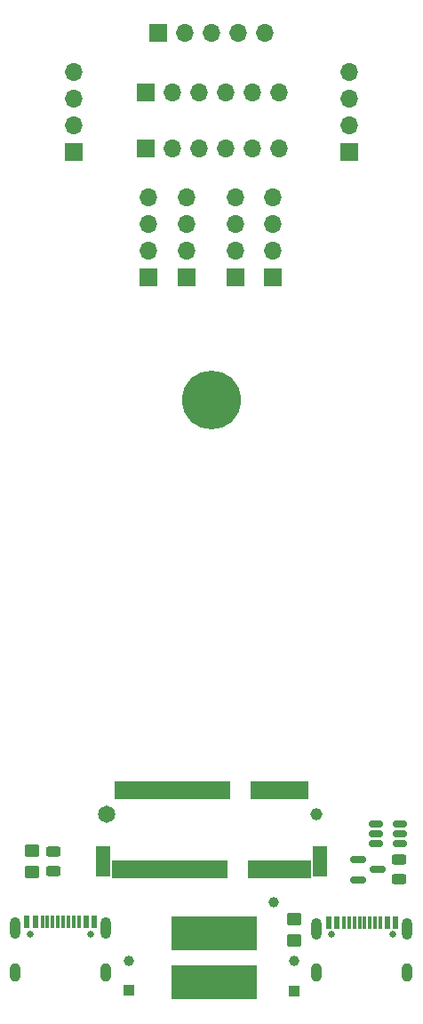
<source format=gts>
%TF.GenerationSoftware,KiCad,Pcbnew,8.0.1-rc1*%
%TF.CreationDate,2024-09-19T09:15:59-04:00*%
%TF.ProjectId,MOBO_V2,4d4f424f-5f56-4322-9e6b-696361645f70,rev?*%
%TF.SameCoordinates,Original*%
%TF.FileFunction,Soldermask,Top*%
%TF.FilePolarity,Negative*%
%FSLAX46Y46*%
G04 Gerber Fmt 4.6, Leading zero omitted, Abs format (unit mm)*
G04 Created by KiCad (PCBNEW 8.0.1-rc1) date 2024-09-19 09:15:59*
%MOMM*%
%LPD*%
G01*
G04 APERTURE LIST*
G04 Aperture macros list*
%AMRoundRect*
0 Rectangle with rounded corners*
0 $1 Rounding radius*
0 $2 $3 $4 $5 $6 $7 $8 $9 X,Y pos of 4 corners*
0 Add a 4 corners polygon primitive as box body*
4,1,4,$2,$3,$4,$5,$6,$7,$8,$9,$2,$3,0*
0 Add four circle primitives for the rounded corners*
1,1,$1+$1,$2,$3*
1,1,$1+$1,$4,$5*
1,1,$1+$1,$6,$7*
1,1,$1+$1,$8,$9*
0 Add four rect primitives between the rounded corners*
20,1,$1+$1,$2,$3,$4,$5,0*
20,1,$1+$1,$4,$5,$6,$7,0*
20,1,$1+$1,$6,$7,$8,$9,0*
20,1,$1+$1,$8,$9,$2,$3,0*%
G04 Aperture macros list end*
%ADD10C,0.650000*%
%ADD11R,0.600000X1.240000*%
%ADD12R,0.300000X1.240000*%
%ADD13O,1.000000X2.100000*%
%ADD14O,1.000000X1.800000*%
%ADD15R,8.200000X3.300000*%
%ADD16RoundRect,0.150000X-0.512500X-0.150000X0.512500X-0.150000X0.512500X0.150000X-0.512500X0.150000X0*%
%ADD17R,1.700000X1.700000*%
%ADD18O,1.700000X1.700000*%
%ADD19C,1.150000*%
%ADD20C,1.650000*%
%ADD21RoundRect,0.102000X0.150000X0.775000X-0.150000X0.775000X-0.150000X-0.775000X0.150000X-0.775000X0*%
%ADD22RoundRect,0.102000X0.600000X1.375000X-0.600000X1.375000X-0.600000X-1.375000X0.600000X-1.375000X0*%
%ADD23RoundRect,0.150000X-0.587500X-0.150000X0.587500X-0.150000X0.587500X0.150000X-0.587500X0.150000X0*%
%ADD24RoundRect,0.250000X0.450000X-0.350000X0.450000X0.350000X-0.450000X0.350000X-0.450000X-0.350000X0*%
%ADD25RoundRect,0.243750X0.456250X-0.243750X0.456250X0.243750X-0.456250X0.243750X-0.456250X-0.243750X0*%
%ADD26C,5.600000*%
%ADD27R,1.000000X1.000000*%
%ADD28C,1.000000*%
%ADD29RoundRect,0.250000X-0.450000X0.350000X-0.450000X-0.350000X0.450000X-0.350000X0.450000X0.350000X0*%
G04 APERTURE END LIST*
D10*
%TO.C,J302*%
X79840000Y-130420000D03*
X85620000Y-130420000D03*
D11*
X79530000Y-129300000D03*
X80330000Y-129300000D03*
D12*
X81480000Y-129300000D03*
X82480000Y-129300000D03*
X82980000Y-129300000D03*
X83980000Y-129300000D03*
D11*
X85130000Y-129300000D03*
X85930000Y-129300000D03*
X85930000Y-129300000D03*
X85130000Y-129300000D03*
D12*
X84480000Y-129300000D03*
X83480000Y-129300000D03*
X81980000Y-129300000D03*
X80980000Y-129300000D03*
D11*
X80330000Y-129300000D03*
X79530000Y-129300000D03*
D13*
X78410000Y-129900000D03*
D14*
X78410000Y-134100000D03*
D13*
X87050000Y-129900000D03*
D14*
X87050000Y-134100000D03*
%TD*%
D15*
%TO.C,L1*%
X97390000Y-135040000D03*
X97390000Y-130340000D03*
%TD*%
D16*
%TO.C,U301*%
X112785000Y-119930000D03*
X112785000Y-120880000D03*
X112785000Y-121830000D03*
X115060000Y-121830000D03*
X115060000Y-120880000D03*
X115060000Y-119930000D03*
%TD*%
D17*
%TO.C,J309*%
X94720000Y-67870000D03*
D18*
X94720000Y-65330000D03*
X94720000Y-62790000D03*
X94720000Y-60250000D03*
%TD*%
D19*
%TO.C,U1*%
X107100000Y-119037500D03*
D20*
X87100000Y-119037500D03*
D21*
X106350000Y-124312500D03*
X106100000Y-116762500D03*
X105850000Y-124312500D03*
X105600000Y-116762500D03*
X105350000Y-124312500D03*
X105100000Y-116762500D03*
X104850000Y-124312500D03*
X104600000Y-116762500D03*
X104350000Y-124312500D03*
X104100000Y-116762500D03*
X103850000Y-124312500D03*
X103600000Y-116762500D03*
X103350000Y-124312500D03*
X103100000Y-116762500D03*
X102850000Y-124312500D03*
X102600000Y-116762500D03*
X102350000Y-124312500D03*
X102100000Y-116762500D03*
X101850000Y-124312500D03*
X101600000Y-116762500D03*
X101350000Y-124312500D03*
X101100000Y-116762500D03*
X100850000Y-124312500D03*
X98600000Y-116762500D03*
X98350000Y-124312500D03*
X98100000Y-116762500D03*
X97850000Y-124312500D03*
X97600000Y-116762500D03*
X97350000Y-124312500D03*
X97100000Y-116762500D03*
X96850000Y-124312500D03*
X96600000Y-116762500D03*
X96350000Y-124312500D03*
X96100000Y-116762500D03*
X95850000Y-124312500D03*
X95600000Y-116762500D03*
X95350000Y-124312500D03*
X95100000Y-116762500D03*
X94850000Y-124312500D03*
X94600000Y-116762500D03*
X94350000Y-124312500D03*
X94100000Y-116762500D03*
X93850000Y-124312500D03*
X93600000Y-116762500D03*
X93350000Y-124312500D03*
X93100000Y-116762500D03*
X92850000Y-124312500D03*
X92600000Y-116762500D03*
X92350000Y-124312500D03*
X92100000Y-116762500D03*
X91850000Y-124312500D03*
X91600000Y-116762500D03*
X91350000Y-124312500D03*
X91100000Y-116762500D03*
X90850000Y-124312500D03*
X90600000Y-116762500D03*
X90350000Y-124312500D03*
X90100000Y-116762500D03*
X89850000Y-124312500D03*
X89600000Y-116762500D03*
X89350000Y-124312500D03*
X89100000Y-116762500D03*
X88850000Y-124312500D03*
X88600000Y-116762500D03*
X88350000Y-124312500D03*
X88100000Y-116762500D03*
X87850000Y-124312500D03*
D22*
X107450000Y-123537500D03*
X86750000Y-123537500D03*
%TD*%
D23*
%TO.C,Q1*%
X111085000Y-123362500D03*
X111085000Y-125262500D03*
X112960000Y-124312500D03*
%TD*%
D17*
%TO.C,J307*%
X102970000Y-67860000D03*
D18*
X102970000Y-65320000D03*
X102970000Y-62780000D03*
X102970000Y-60240000D03*
%TD*%
D24*
%TO.C,R5*%
X80010000Y-124530000D03*
X80010000Y-122530000D03*
%TD*%
D25*
%TO.C,D1*%
X82020000Y-124457500D03*
X82020000Y-122582500D03*
%TD*%
D17*
%TO.C,CAN BUS*%
X110220000Y-55980000D03*
D18*
X110220000Y-53440000D03*
X110220000Y-50900000D03*
X110220000Y-48360000D03*
%TD*%
D26*
%TO.C,REF\u002A\u002A*%
X97110000Y-79580000D03*
%TD*%
D17*
%TO.C,SPI*%
X90795000Y-50245000D03*
D18*
X93335000Y-50245000D03*
X95875000Y-50245000D03*
X98415000Y-50245000D03*
X100955000Y-50245000D03*
X103495000Y-50245000D03*
%TD*%
D27*
%TO.C,GND*%
X89200000Y-135830000D03*
%TD*%
D10*
%TO.C,J301*%
X108560000Y-130465000D03*
X114340000Y-130465000D03*
D11*
X108250000Y-129345000D03*
X109050000Y-129345000D03*
D12*
X110200000Y-129345000D03*
X111200000Y-129345000D03*
X111700000Y-129345000D03*
X112700000Y-129345000D03*
D11*
X113850000Y-129345000D03*
X114650000Y-129345000D03*
X114650000Y-129345000D03*
X113850000Y-129345000D03*
D12*
X113200000Y-129345000D03*
X112200000Y-129345000D03*
X110700000Y-129345000D03*
X109700000Y-129345000D03*
D11*
X109050000Y-129345000D03*
X108250000Y-129345000D03*
D13*
X107130000Y-129945000D03*
D14*
X107130000Y-134145000D03*
D13*
X115770000Y-129945000D03*
D14*
X115770000Y-134145000D03*
%TD*%
D17*
%TO.C,UART*%
X84020000Y-55930000D03*
D18*
X84020000Y-53390000D03*
X84020000Y-50850000D03*
X84020000Y-48310000D03*
%TD*%
D17*
%TO.C,SPI*%
X90795000Y-55605000D03*
D18*
X93335000Y-55605000D03*
X95875000Y-55605000D03*
X98415000Y-55605000D03*
X100955000Y-55605000D03*
X103495000Y-55605000D03*
%TD*%
D28*
%TO.C,3V3*%
X89200000Y-132960000D03*
%TD*%
D27*
%TO.C,GND*%
X104960000Y-135880000D03*
%TD*%
D29*
%TO.C,FB1*%
X104990000Y-129050000D03*
X104990000Y-131050000D03*
%TD*%
D17*
%TO.C,J308*%
X99370000Y-67870000D03*
D18*
X99370000Y-65330000D03*
X99370000Y-62790000D03*
X99370000Y-60250000D03*
%TD*%
D28*
%TO.C,Vin*%
X103030000Y-127380000D03*
%TD*%
D17*
%TO.C,J310*%
X91100000Y-67870000D03*
D18*
X91100000Y-65330000D03*
X91100000Y-62790000D03*
X91100000Y-60250000D03*
%TD*%
D17*
%TO.C,I2S*%
X92045000Y-44630000D03*
D18*
X94585000Y-44630000D03*
X97125000Y-44630000D03*
X99665000Y-44630000D03*
X102205000Y-44630000D03*
%TD*%
D28*
%TO.C,5V*%
X104960000Y-132980000D03*
%TD*%
D25*
%TO.C,F1*%
X114990000Y-125247500D03*
X114990000Y-123372500D03*
%TD*%
M02*

</source>
